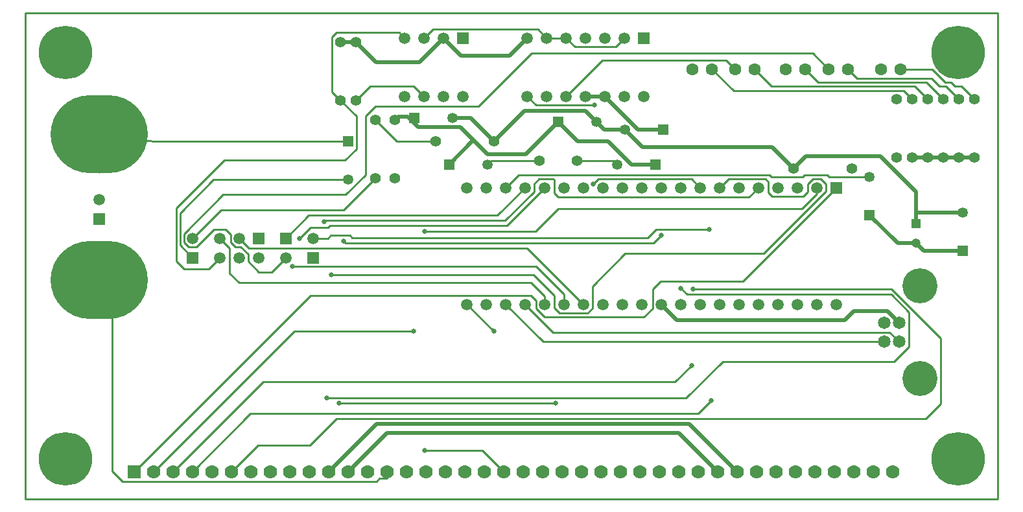
<source format=gtl>
%FSLAX23Y23*%
%MOIN*%
G70*
G01*
G75*
G04 Layer_Physical_Order=1*
%ADD10C,0.010*%
%ADD11C,0.020*%
%ADD12C,0.063*%
%ADD13C,0.059*%
%ADD14R,0.059X0.059*%
%ADD15C,0.065*%
%ADD16C,0.180*%
%ADD17C,0.047*%
%ADD18R,0.047X0.047*%
%ADD19O,0.500X0.400*%
%ADD20C,0.070*%
%ADD21R,0.070X0.070*%
%ADD22C,0.275*%
%ADD23C,0.059*%
%ADD24R,0.059X0.059*%
%ADD25C,0.055*%
%ADD26R,0.053X0.053*%
%ADD27C,0.053*%
%ADD28C,0.025*%
D10*
X380Y1680D02*
Y1875D01*
X3023Y1740D02*
X3043Y1720D01*
X2836Y1740D02*
X3023D01*
X2397D02*
X2644D01*
X2377Y1720D02*
X2397Y1740D01*
X4132Y1657D02*
X4340D01*
X2470Y1600D02*
X2535Y1665D01*
X1997Y2123D02*
X2050Y2070D01*
X1700Y2050D02*
X1773Y2123D01*
X680Y1840D02*
X1660D01*
X660D02*
X680D01*
X380Y1875D02*
X660Y1840D01*
X968Y1643D02*
X1660D01*
X795Y1305D02*
X860Y1240D01*
X4049Y2291D02*
X4130Y2210D01*
X1267Y1167D02*
X1340Y1240D01*
X4732Y2123D02*
X4800Y2055D01*
X4230Y2210D02*
X4277Y2163D01*
X3244Y1385D02*
X3515D01*
X1480Y1340D02*
X1557D01*
X4632Y2143D02*
X4720Y2055D01*
X4010Y2210D02*
X4077Y2143D01*
X4814Y2121D02*
X4880Y2055D01*
X4500Y2210D02*
X4664D01*
X4517Y2098D02*
X4560Y2055D01*
X3530Y2210D02*
X3642Y2098D01*
X3603Y2257D02*
X3650Y2210D01*
X2780Y2070D02*
X2967Y2257D01*
X4572Y2123D02*
X4640Y2055D01*
X3750Y2210D02*
X3837Y2123D01*
X2662Y808D02*
X4415D01*
X2470Y1000D02*
X2662Y808D01*
X4444Y857D02*
X4493Y808D01*
X2570Y1000D02*
X2713Y857D01*
X2680Y2370D02*
X2780D01*
X2635Y2415D02*
X2680Y2370D01*
X3035Y2325D02*
X3080Y2370D01*
X2780D02*
X2825Y2325D01*
X2050Y2370D02*
X2095Y2415D01*
X1922Y2398D02*
X1950Y2370D01*
X1577Y2093D02*
X1620Y2050D01*
X1702Y1968D01*
X942Y1182D02*
X1000Y1240D01*
X1800Y1950D02*
X1910Y1840D01*
X2110D01*
X1860Y105D02*
Y140D01*
X1821Y105D02*
X1860D01*
X380Y1125D02*
X448D01*
Y142D02*
Y1125D01*
X1636Y1486D02*
X1800Y1650D01*
X860Y1340D02*
X1006Y1486D01*
X2625Y2025D02*
X2925D01*
X2580Y2070D02*
X2625Y2025D01*
X3690Y1120D02*
X4170Y1600D01*
X560Y140D02*
X1465Y1045D01*
X4070Y1570D02*
Y1600D01*
X2054Y1374D02*
X2622D01*
X1383Y863D02*
X1996D01*
X660Y140D02*
X1383Y863D01*
X3341Y602D02*
X3425Y686D01*
X760Y140D02*
X1222Y602D01*
X3459Y438D02*
X3525Y504D01*
X860Y140D02*
X1158Y438D01*
X3721Y1551D02*
X3770Y1600D01*
X1538Y1425D02*
X1546Y1433D01*
X3434Y1080D02*
X4452D01*
X1060Y140D02*
X1197Y277D01*
X3570Y1600D02*
X3615Y1645D01*
X1574Y1153D02*
X2612D01*
X3425Y1645D02*
X3470Y1600D01*
X2920Y1620D02*
X2945Y1645D01*
X1612Y492D02*
X2725D01*
X3370Y1083D02*
X3402Y1051D01*
X1550Y520D02*
X3398D01*
X3231Y1316D02*
X3270Y1355D01*
X1637Y1326D02*
X1647Y1316D01*
X2477Y1407D02*
X2670Y1600D01*
X1410Y1340D02*
X1467Y1397D01*
X2428Y1458D02*
X2570Y1600D01*
X1340Y1340D02*
X1458Y1458D01*
X2351Y249D02*
X2460Y140D01*
X2052Y249D02*
X2351D01*
X2270Y1000D02*
X2409Y861D01*
X2670Y1000D02*
Y1041D01*
X1000Y1340D02*
X1050Y1290D01*
X1374Y1195D02*
X2626D01*
X2770Y1000D02*
Y1051D01*
X2580Y1290D02*
X2870Y1000D01*
X1100Y1340D02*
X1150Y1290D01*
X2095Y2415D02*
X2635D01*
X1806Y90D02*
X1821Y105D01*
X500Y90D02*
X1806D01*
X448Y142D02*
X500Y90D01*
X3265Y1120D02*
X3690D01*
X3225Y1080D02*
X3265Y1120D01*
X3225Y980D02*
Y1080D01*
X3180Y935D02*
X3225Y980D01*
X2670Y935D02*
X3180D01*
X2625Y980D02*
X2670Y935D01*
X2625Y980D02*
Y1020D01*
X2600Y1045D02*
X2625Y1020D01*
X1465Y1045D02*
X2600D01*
X1222Y602D02*
X3341D01*
X1158Y438D02*
X3459D01*
X1197Y277D02*
X1464D01*
X1599Y412D01*
X4629D01*
X4705Y488D01*
Y827D01*
X4452Y1080D02*
X4705Y827D01*
X2945Y1645D02*
X3425D01*
X3398Y520D02*
X3585Y707D01*
X4468D01*
X4543Y782D01*
Y960D01*
X4452Y1051D02*
X4543Y960D01*
X3402Y1051D02*
X4452D01*
X1647Y1316D02*
X3231D01*
X1050Y1160D02*
Y1290D01*
Y1160D02*
X1099Y1111D01*
X2600D01*
X2670Y1041D01*
X1150Y1290D02*
X2580D01*
X4124Y1665D02*
X4132Y1657D01*
X4005Y1665D02*
X4124D01*
X3997Y1657D02*
X4005Y1665D01*
X3835Y1657D02*
X3997D01*
X3827Y1665D02*
X3835Y1657D01*
X2535Y1665D02*
X3827D01*
X3615Y1645D02*
X3805D01*
X3820Y1630D01*
Y1575D02*
Y1630D01*
Y1575D02*
X3840Y1555D01*
X4000D01*
X4024Y1579D01*
Y1620D01*
X4049Y1645D01*
X4090D01*
X4115Y1620D01*
Y1581D02*
Y1620D01*
X3795Y1261D02*
X4115Y1581D01*
X3084Y1261D02*
X3795D01*
X2915Y1092D02*
X3084Y1261D01*
X2915Y980D02*
Y1092D01*
X2890Y955D02*
X2915Y980D01*
X2747Y955D02*
X2890D01*
X2719Y983D02*
X2747Y955D01*
X2719Y983D02*
Y1046D01*
X2612Y1153D02*
X2719Y1046D01*
X1557Y1340D02*
X1571Y1354D01*
X1669D01*
X1681Y1342D01*
X3201D01*
X3244Y1385D01*
X3992Y1492D02*
X4070Y1570D01*
X2740Y1492D02*
X3992D01*
X2622Y1374D02*
X2740Y1492D01*
Y1551D02*
X3721D01*
X2720Y1571D02*
X2740Y1551D01*
X2720Y1571D02*
Y1640D01*
X2715Y1645D02*
X2720Y1640D01*
X2640Y1645D02*
X2715D01*
X2615Y1620D02*
X2640Y1645D01*
X2615Y1580D02*
Y1620D01*
X2468Y1433D02*
X2615Y1580D01*
X1546Y1433D02*
X2468D01*
X2626Y1195D02*
X2770Y1051D01*
X2713Y857D02*
X4444D01*
X1458Y1458D02*
X2428D01*
X1467Y1397D02*
X1555D01*
X1565Y1407D01*
X2477D01*
X1600Y2398D02*
X1922D01*
X1577Y2375D02*
X1600Y2398D01*
X1577Y2093D02*
Y2375D01*
X795Y1305D02*
Y1470D01*
X968Y1643D01*
X816Y1182D02*
X942D01*
X775Y1223D02*
X816Y1182D01*
X775Y1223D02*
Y1494D01*
X1023Y1742D01*
X1644D01*
X1702Y1800D01*
Y1968D01*
X1200Y1167D02*
X1267D01*
X1145Y1222D02*
X1200Y1167D01*
X1145Y1222D02*
Y1258D01*
X1108Y1295D02*
X1145Y1258D01*
X1080Y1295D02*
X1108D01*
X1055Y1320D02*
X1080Y1295D01*
X1055Y1320D02*
Y1360D01*
X1030Y1385D02*
X1055Y1360D01*
X970Y1385D02*
X1030D01*
X880Y1295D02*
X970Y1385D01*
X840Y1295D02*
X880D01*
X815Y1320D02*
X840Y1295D01*
X815Y1320D02*
Y1361D01*
X1018Y1564D01*
X1647D01*
X1750Y1667D01*
Y1970D01*
X1800Y2020D01*
X2331D01*
X2602Y2291D01*
X4049D01*
X1773Y2123D02*
X1997D01*
X1006Y1486D02*
X1636D01*
X4701Y2123D02*
X4732D01*
X4661Y2163D02*
X4701Y2123D01*
X4277Y2163D02*
X4661D01*
X4077Y2143D02*
X4632D01*
X4781Y2121D02*
X4814D01*
X4759Y2143D02*
X4781Y2121D01*
X4731Y2143D02*
X4759D01*
X4664Y2210D02*
X4731Y2143D01*
X3837Y2123D02*
X4572D01*
X2967Y2257D02*
X3603D01*
X3642Y2098D02*
X4517D01*
X2825Y2325D02*
X3035D01*
X0Y0D02*
Y2500D01*
Y0D02*
X5000D01*
Y2500D01*
X0D02*
X5000D01*
D11*
X4580Y1472D02*
Y1579D01*
Y1415D02*
Y1472D01*
X4820D01*
X3840Y1810D02*
X3950Y1700D01*
X4013Y1763D01*
X3414Y386D02*
X3660Y140D01*
X2881Y1996D02*
X2937Y1940D01*
X2977Y1900D01*
X3083D01*
X2197Y1960D02*
X2290D01*
X3083Y1900D02*
X3173Y1810D01*
X2410Y1840D02*
X2566Y1996D01*
X2290Y1960D02*
X2410Y1840D01*
X1560Y140D02*
X1806Y386D01*
X4800Y1755D02*
X4880D01*
X4720D02*
X4800D01*
X4640D02*
X4720D01*
X4560D02*
X4640D01*
X4485Y1315D02*
X4580D01*
X3150Y1900D02*
X3280D01*
X3115Y1720D02*
X3240D01*
X4620Y1275D02*
X4820D01*
X4340Y1460D02*
X4485Y1315D01*
X4580D02*
X4620Y1275D01*
X4434Y966D02*
X4493Y906D01*
X3270Y1000D02*
X3350Y920D01*
X3361Y339D02*
X3560Y140D01*
X2490Y2280D02*
X2580Y2370D01*
X2880Y2070D02*
X2980D01*
X2150Y2370D02*
X2240Y2280D01*
X2026Y2246D02*
X2150Y2370D01*
X1700Y2350D02*
X1804Y2246D01*
X1620Y2350D02*
X1700D01*
X2980Y2070D02*
X3150Y1900D01*
X2740Y1940D02*
X2840Y1840D01*
X2572Y1772D02*
X2740Y1940D01*
X2236Y1912D02*
X2304Y1844D01*
X2376Y1772D01*
X2180Y1720D02*
X2304Y1844D01*
X1968Y1965D02*
X1973Y1960D01*
X1987Y1946D01*
X2021Y1912D01*
X1900Y1950D02*
X1915Y1965D01*
X1973Y1960D02*
X2000D01*
X1660Y140D02*
X1859Y339D01*
X4013Y1763D02*
X4396D01*
X4580Y1579D01*
X2376Y1772D02*
X2572D01*
X2021Y1912D02*
X2236D01*
X3350Y920D02*
X4214D01*
X4260Y966D01*
X4434D01*
X1806Y386D02*
X3414D01*
X1859Y339D02*
X3361D01*
X2995Y1840D02*
X3115Y1720D01*
X2840Y1840D02*
X2995D01*
X3173Y1810D02*
X3840D01*
X2566Y1996D02*
X2881D01*
X1915Y1965D02*
X1968D01*
X1804Y2246D02*
X2026D01*
X2240Y2280D02*
X2490D01*
D12*
X4230Y2210D02*
D03*
X4130D02*
D03*
X3910D02*
D03*
X4010D02*
D03*
X4500D02*
D03*
X4400D02*
D03*
X3430D02*
D03*
X3530D02*
D03*
X3750D02*
D03*
X3650D02*
D03*
D13*
X1000Y1240D02*
D03*
Y1340D02*
D03*
X1100Y1240D02*
D03*
Y1340D02*
D03*
X1200Y1240D02*
D03*
X380Y1540D02*
D03*
X1480Y1340D02*
D03*
X1340Y1240D02*
D03*
X860Y1340D02*
D03*
D14*
X1200D02*
D03*
X380Y1440D02*
D03*
X1480Y1240D02*
D03*
X1340Y1340D02*
D03*
X860Y1240D02*
D03*
D15*
X4493Y906D02*
D03*
X4415Y906D02*
D03*
Y808D02*
D03*
X4493D02*
D03*
D16*
X4600Y1094D02*
D03*
Y620D02*
D03*
D17*
X4580Y1315D02*
D03*
D18*
Y1415D02*
D03*
D19*
X380Y1875D02*
D03*
Y1125D02*
D03*
D20*
X4460Y140D02*
D03*
X4360D02*
D03*
X4260D02*
D03*
X4160D02*
D03*
X4060D02*
D03*
X3960D02*
D03*
X3860D02*
D03*
X3760D02*
D03*
X3660D02*
D03*
X3560D02*
D03*
X3460D02*
D03*
X3360D02*
D03*
X3260D02*
D03*
X3160D02*
D03*
X3060D02*
D03*
X2960D02*
D03*
X2860D02*
D03*
X2760D02*
D03*
X2660D02*
D03*
X2560D02*
D03*
X2460D02*
D03*
X2360D02*
D03*
X2260D02*
D03*
X2160D02*
D03*
X2060D02*
D03*
X1960D02*
D03*
X1860D02*
D03*
X1760D02*
D03*
X1660D02*
D03*
X1560D02*
D03*
X1460D02*
D03*
X1360D02*
D03*
X1260D02*
D03*
X1160D02*
D03*
X1060D02*
D03*
X960D02*
D03*
X860D02*
D03*
X760D02*
D03*
X660D02*
D03*
D21*
X560D02*
D03*
D22*
X205Y205D02*
D03*
X4795D02*
D03*
Y2295D02*
D03*
X205D02*
D03*
D23*
X1950Y2070D02*
D03*
X2050D02*
D03*
X2150D02*
D03*
X2250D02*
D03*
X1950Y2370D02*
D03*
X2050D02*
D03*
X2150D02*
D03*
X4170Y1000D02*
D03*
X4070D02*
D03*
X3970D02*
D03*
X3870D02*
D03*
X3770D02*
D03*
X3670D02*
D03*
X3570D02*
D03*
X3470D02*
D03*
X3170D02*
D03*
X3070D02*
D03*
X2970D02*
D03*
X2870D02*
D03*
X2770D02*
D03*
X2670D02*
D03*
X2370D02*
D03*
X2270D02*
D03*
Y1600D02*
D03*
X2370D02*
D03*
X2570D02*
D03*
X2670D02*
D03*
X2770D02*
D03*
X3270Y1000D02*
D03*
X3070Y1600D02*
D03*
X3370Y1000D02*
D03*
X3170Y1600D02*
D03*
X3270D02*
D03*
X3370D02*
D03*
X3470D02*
D03*
X3570D02*
D03*
X3670D02*
D03*
X3770D02*
D03*
X3870D02*
D03*
X3970D02*
D03*
X4070D02*
D03*
X2570Y1000D02*
D03*
X2470D02*
D03*
Y1600D02*
D03*
X2870D02*
D03*
X2970D02*
D03*
X3080Y2070D02*
D03*
X2780D02*
D03*
X2980Y2370D02*
D03*
X3080D02*
D03*
X2780D02*
D03*
X2680D02*
D03*
Y2070D02*
D03*
X2880Y2370D02*
D03*
X2580Y2070D02*
D03*
X3180D02*
D03*
X2580Y2370D02*
D03*
X2880Y2070D02*
D03*
X2980D02*
D03*
D24*
X2250Y2370D02*
D03*
X4170Y1600D02*
D03*
X3180Y2370D02*
D03*
D25*
X4640Y1755D02*
D03*
X4560D02*
D03*
X4880D02*
D03*
X1900Y1950D02*
D03*
X4720Y1755D02*
D03*
X4800D02*
D03*
X3950Y1700D02*
D03*
X4250D02*
D03*
X1800Y1650D02*
D03*
Y1950D02*
D03*
X1900Y1650D02*
D03*
X4480Y1755D02*
D03*
X4640Y2055D02*
D03*
X4560D02*
D03*
X4880D02*
D03*
X4720D02*
D03*
X4800D02*
D03*
X4480D02*
D03*
X2644Y1740D02*
D03*
X2836D02*
D03*
X1700Y2350D02*
D03*
Y2050D02*
D03*
X1620D02*
D03*
Y2350D02*
D03*
X2110Y1840D02*
D03*
X2410D02*
D03*
D26*
X2000Y1960D02*
D03*
X2740Y1940D02*
D03*
X4340Y1460D02*
D03*
X2180Y1720D02*
D03*
X3240D02*
D03*
X1660Y1840D02*
D03*
X4820Y1275D02*
D03*
X3280Y1900D02*
D03*
D27*
X2197Y1960D02*
D03*
X2937Y1940D02*
D03*
X1660Y1643D02*
D03*
X4340Y1657D02*
D03*
X2377Y1720D02*
D03*
X3043D02*
D03*
X4820Y1472D02*
D03*
X3083Y1900D02*
D03*
D28*
X3425Y686D02*
D03*
X3525Y504D02*
D03*
X3434Y1080D02*
D03*
X1612Y492D02*
D03*
X2725D02*
D03*
X2920Y1620D02*
D03*
X1550Y520D02*
D03*
X3370Y1083D02*
D03*
X3270Y1355D02*
D03*
X1637Y1326D02*
D03*
X1574Y1153D02*
D03*
X3515Y1385D02*
D03*
X2054Y1374D02*
D03*
X1996Y863D02*
D03*
X1538Y1425D02*
D03*
X1374Y1195D02*
D03*
X1410Y1340D02*
D03*
X2052Y249D02*
D03*
X2409Y861D02*
D03*
X2925Y2025D02*
D03*
M02*

</source>
